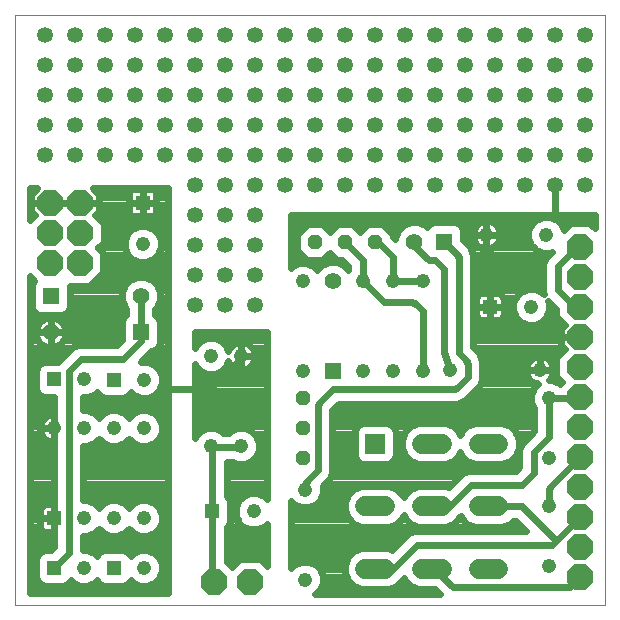
<source format=gtl>
G75*
G70*
%OFA0B0*%
%FSLAX24Y24*%
%IPPOS*%
%LPD*%
%AMOC8*
5,1,8,0,0,1.08239X$1,22.5*
%
%ADD10C,0.0000*%
%ADD11C,0.0650*%
%ADD12R,0.0650X0.0650*%
%ADD13OC8,0.0850*%
%ADD14C,0.0554*%
%ADD15R,0.0554X0.0554*%
%ADD16C,0.0476*%
%ADD17R,0.0476X0.0476*%
%ADD18OC8,0.0476*%
%ADD19C,0.0240*%
%ADD20C,0.0531*%
D10*
X000148Y000683D02*
X000148Y020368D01*
X019833Y020368D01*
X019833Y000683D01*
X000148Y000683D01*
D11*
X011838Y001897D02*
X012488Y001897D01*
X013728Y001897D02*
X014378Y001897D01*
X015618Y001897D02*
X016267Y001897D01*
X016267Y003983D02*
X015618Y003983D01*
X014378Y003983D02*
X013728Y003983D01*
X012488Y003983D02*
X011838Y003983D01*
X013728Y006070D02*
X014378Y006070D01*
X015618Y006070D02*
X016267Y006070D01*
D12*
X012163Y006070D03*
D13*
X007985Y001441D03*
X006790Y001441D03*
X002319Y012103D03*
X001321Y012097D03*
X001317Y013099D03*
X001319Y014101D03*
X002318Y014103D03*
X002321Y013101D03*
X018989Y012623D03*
X018989Y011621D03*
X018989Y010622D03*
X018991Y009623D03*
X018990Y008623D03*
X018991Y007623D03*
X018991Y006625D03*
X018989Y005622D03*
X018991Y004623D03*
X018989Y003621D03*
X018990Y002624D03*
X018990Y001624D03*
D14*
X010748Y011483D03*
X013466Y012804D03*
X004348Y010983D03*
X001347Y009782D03*
D15*
X001348Y010983D03*
X004347Y009782D03*
X010748Y008483D03*
X014466Y012804D03*
D16*
X013748Y011483D03*
X012748Y011483D03*
X011748Y011483D03*
X009748Y011483D03*
X007687Y008986D03*
X006687Y008986D03*
X004460Y008200D03*
X004448Y006583D03*
X003448Y006583D03*
X002448Y006583D03*
X001448Y006583D03*
X002464Y008210D03*
X006687Y005986D03*
X007687Y005986D03*
X009820Y004539D03*
X008109Y003812D03*
X009820Y001539D03*
X004447Y001927D03*
X004448Y003583D03*
X003448Y003583D03*
X002448Y003583D03*
X002452Y001930D03*
X009748Y008483D03*
X011748Y008483D03*
X012748Y008483D03*
X013748Y008483D03*
X014646Y008523D03*
X017363Y010631D03*
X017646Y008523D03*
X017948Y007583D03*
X017948Y005583D03*
X017948Y003983D03*
X017948Y001983D03*
X017868Y013031D03*
X015868Y013031D03*
X004410Y012727D03*
D17*
X004410Y014105D03*
X003460Y008200D03*
X001464Y008210D03*
X001448Y003583D03*
X001452Y001930D03*
X003447Y001927D03*
X006731Y003812D03*
X015985Y010631D03*
D18*
X012148Y012783D03*
X011148Y012783D03*
X010148Y012783D03*
X009748Y007583D03*
X009748Y006583D03*
X009748Y005583D03*
D19*
X010248Y005183D02*
X010248Y007280D01*
X010321Y007456D02*
X010748Y007883D01*
X014744Y007883D01*
X014921Y007956D02*
X015248Y008283D01*
X015248Y008680D01*
X015175Y008856D02*
X014948Y009083D01*
X014948Y012218D01*
X014875Y012395D02*
X014466Y012804D01*
X014875Y012395D02*
X014893Y012374D01*
X014910Y012351D01*
X014923Y012326D01*
X014934Y012301D01*
X014942Y012274D01*
X014946Y012246D01*
X014948Y012218D01*
X015428Y012131D02*
X017790Y012131D01*
X017768Y012079D02*
X017768Y011088D01*
X017779Y011060D01*
X017702Y011138D01*
X017482Y011229D01*
X017244Y011229D01*
X017024Y011138D01*
X016856Y010970D01*
X016765Y010750D01*
X016765Y010512D01*
X016856Y010293D01*
X017024Y010125D01*
X017244Y010034D01*
X017482Y010034D01*
X017702Y010125D01*
X017870Y010293D01*
X017961Y010512D01*
X017961Y010750D01*
X017931Y010821D01*
X018204Y010548D01*
X018204Y010297D01*
X018478Y010023D01*
X018346Y009890D01*
X018346Y009623D01*
X018991Y009623D01*
X018991Y009623D01*
X018346Y009623D01*
X018346Y009356D01*
X018479Y009222D01*
X018205Y008948D01*
X018205Y008297D01*
X018379Y008123D01*
X018320Y008063D01*
X018313Y008063D01*
X018287Y008090D01*
X018067Y008181D01*
X017952Y008181D01*
X017995Y008224D01*
X018037Y008283D01*
X018070Y008347D01*
X018092Y008415D01*
X018104Y008487D01*
X018104Y008523D01*
X018104Y008559D01*
X018092Y008630D01*
X018070Y008698D01*
X018037Y008763D01*
X017995Y008821D01*
X017944Y008872D01*
X017886Y008914D01*
X017822Y008947D01*
X017753Y008969D01*
X017682Y008980D01*
X017646Y008980D01*
X017646Y008523D01*
X017646Y008523D01*
X018104Y008523D01*
X017646Y008523D01*
X017646Y008523D01*
X017646Y008980D01*
X017610Y008980D01*
X017539Y008969D01*
X017470Y008947D01*
X017406Y008914D01*
X017348Y008872D01*
X017297Y008821D01*
X017254Y008763D01*
X017222Y008698D01*
X017199Y008630D01*
X017188Y008559D01*
X017188Y008523D01*
X017646Y008523D01*
X017646Y008523D01*
X017188Y008523D01*
X017188Y008487D01*
X017199Y008415D01*
X017222Y008347D01*
X017254Y008283D01*
X017297Y008224D01*
X017348Y008173D01*
X017406Y008131D01*
X017470Y008098D01*
X017539Y008076D01*
X017588Y008068D01*
X017441Y007922D01*
X017350Y007702D01*
X017350Y007464D01*
X017441Y007245D01*
X017468Y007218D01*
X017468Y006482D01*
X017041Y006055D01*
X016968Y005879D01*
X016968Y005282D01*
X016849Y005163D01*
X015253Y005163D01*
X015076Y005090D01*
X014941Y004955D01*
X014613Y004627D01*
X014514Y004668D01*
X013592Y004668D01*
X013340Y004564D01*
X013147Y004371D01*
X013108Y004276D01*
X013068Y004371D01*
X012876Y004564D01*
X012624Y004668D01*
X011702Y004668D01*
X011450Y004564D01*
X011258Y004371D01*
X011153Y004119D01*
X011153Y003847D01*
X011258Y003595D01*
X011450Y003403D01*
X011702Y003298D01*
X012624Y003298D01*
X012876Y003403D01*
X013068Y003595D01*
X013108Y003691D01*
X013147Y003595D01*
X013340Y003403D01*
X013592Y003298D01*
X014514Y003298D01*
X014765Y003403D01*
X014958Y003595D01*
X014972Y003628D01*
X015008Y003665D01*
X015037Y003595D01*
X015230Y003403D01*
X015481Y003298D01*
X016404Y003298D01*
X016655Y003403D01*
X016756Y003503D01*
X016849Y003503D01*
X017189Y003163D01*
X013453Y003163D01*
X013276Y003090D01*
X013141Y002955D01*
X012725Y002539D01*
X012624Y002581D01*
X011702Y002581D01*
X011450Y002477D01*
X011258Y002285D01*
X011153Y002033D01*
X011153Y001760D01*
X011258Y001509D01*
X011450Y001316D01*
X011702Y001212D01*
X012624Y001212D01*
X012876Y001316D01*
X013068Y001509D01*
X013080Y001536D01*
X013120Y001576D01*
X013147Y001509D01*
X013340Y001316D01*
X013592Y001212D01*
X014141Y001212D01*
X014309Y001043D01*
X010169Y001043D01*
X010326Y001201D01*
X010417Y001420D01*
X010417Y001658D01*
X010326Y001878D01*
X010158Y002046D01*
X009939Y002137D01*
X009701Y002137D01*
X009481Y002046D01*
X009348Y001913D01*
X009348Y004165D01*
X009481Y004032D01*
X009701Y003941D01*
X009939Y003941D01*
X010158Y004032D01*
X010326Y004201D01*
X010417Y004420D01*
X010417Y004658D01*
X010413Y004669D01*
X010520Y004776D01*
X010655Y004911D01*
X010728Y005088D01*
X010728Y007184D01*
X010728Y007185D01*
X010947Y007403D01*
X014890Y007403D01*
X015158Y007514D01*
X015261Y007617D01*
X015327Y007683D01*
X015520Y007876D01*
X015655Y008011D01*
X015728Y008188D01*
X015728Y008825D01*
X015617Y009093D01*
X015514Y009196D01*
X015448Y009262D01*
X015428Y009282D01*
X015428Y012364D01*
X015317Y012632D01*
X015214Y012734D01*
X015148Y012801D01*
X015103Y012845D01*
X015103Y013153D01*
X015048Y013285D01*
X014947Y013386D01*
X014815Y013441D01*
X014117Y013441D01*
X013985Y013386D01*
X013885Y013286D01*
X013827Y013344D01*
X013593Y013441D01*
X013339Y013441D01*
X013105Y013344D01*
X012926Y013165D01*
X012829Y012930D01*
X012829Y012881D01*
X012746Y012964D01*
X012746Y013031D01*
X012396Y013381D01*
X011900Y013381D01*
X011648Y013129D01*
X011396Y013381D01*
X010900Y013381D01*
X010648Y013129D01*
X010396Y013381D01*
X009900Y013381D01*
X009550Y013031D01*
X009550Y012536D01*
X009900Y012185D01*
X010396Y012185D01*
X010648Y012438D01*
X010900Y012185D01*
X011067Y012185D01*
X011268Y011984D01*
X011268Y011864D01*
X011109Y012023D01*
X010875Y012120D01*
X010621Y012120D01*
X010387Y012023D01*
X010220Y011857D01*
X010087Y011990D01*
X009867Y012081D01*
X009629Y012081D01*
X009409Y011990D01*
X009348Y011929D01*
X009348Y013683D01*
X019473Y013683D01*
X019473Y013249D01*
X019314Y013408D01*
X018664Y013408D01*
X018449Y013193D01*
X018375Y013370D01*
X018207Y013538D01*
X017987Y013629D01*
X017750Y013629D01*
X017530Y013538D01*
X017362Y013370D01*
X017271Y013150D01*
X017271Y012912D01*
X017362Y012693D01*
X017530Y012525D01*
X017750Y012434D01*
X017987Y012434D01*
X018042Y012456D01*
X017976Y012390D01*
X017841Y012255D01*
X017768Y012079D01*
X017768Y011893D02*
X015428Y011893D01*
X015428Y011654D02*
X017768Y011654D01*
X017768Y011416D02*
X015428Y011416D01*
X015428Y011177D02*
X017119Y011177D01*
X016843Y010939D02*
X016432Y010939D01*
X016428Y010954D02*
X016399Y011004D01*
X016358Y011045D01*
X016308Y011074D01*
X016252Y011089D01*
X015985Y011089D01*
X015718Y011089D01*
X015662Y011074D01*
X015612Y011045D01*
X015571Y011004D01*
X015542Y010954D01*
X015527Y010898D01*
X015527Y010631D01*
X015527Y010365D01*
X015542Y010309D01*
X015571Y010258D01*
X015612Y010217D01*
X015662Y010188D01*
X015718Y010174D01*
X015985Y010174D01*
X016252Y010174D01*
X016308Y010188D01*
X016358Y010217D01*
X016399Y010258D01*
X016428Y010309D01*
X016443Y010365D01*
X016443Y010631D01*
X015985Y010631D01*
X015985Y010174D01*
X015985Y010631D01*
X015985Y010631D01*
X015985Y010631D01*
X015527Y010631D01*
X015985Y010631D01*
X015985Y010631D01*
X016443Y010631D01*
X016443Y010898D01*
X016428Y010954D01*
X016443Y010700D02*
X016765Y010700D01*
X016786Y010462D02*
X016443Y010462D01*
X016364Y010223D02*
X016926Y010223D01*
X017800Y010223D02*
X018277Y010223D01*
X018440Y009985D02*
X015428Y009985D01*
X015428Y010223D02*
X015606Y010223D01*
X015527Y010462D02*
X015428Y010462D01*
X015428Y010700D02*
X015527Y010700D01*
X015538Y010939D02*
X015428Y010939D01*
X015985Y010939D02*
X015985Y010939D01*
X015985Y011089D02*
X015985Y010631D01*
X015985Y010631D01*
X015985Y011089D01*
X015985Y010700D02*
X015985Y010700D01*
X015985Y010462D02*
X015985Y010462D01*
X015985Y010223D02*
X015985Y010223D01*
X015428Y009746D02*
X018346Y009746D01*
X018346Y009508D02*
X015428Y009508D01*
X015441Y009269D02*
X018432Y009269D01*
X018287Y009031D02*
X015643Y009031D01*
X015617Y009093D02*
X015617Y009093D01*
X015728Y008792D02*
X017276Y008792D01*
X017188Y008554D02*
X015728Y008554D01*
X015728Y008315D02*
X017238Y008315D01*
X017537Y008077D02*
X015682Y008077D01*
X015482Y007838D02*
X017407Y007838D01*
X017350Y007600D02*
X015243Y007600D01*
X015158Y007514D02*
X015158Y007514D01*
X014921Y007956D02*
X014900Y007938D01*
X014877Y007921D01*
X014852Y007908D01*
X014827Y007897D01*
X014800Y007889D01*
X014772Y007885D01*
X014744Y007883D01*
X014646Y008523D02*
X014448Y009120D01*
X014448Y011883D01*
X014148Y012183D01*
X013948Y012183D01*
X013466Y012665D01*
X013466Y012804D01*
X012893Y013085D02*
X012691Y013085D01*
X012453Y013324D02*
X013085Y013324D01*
X013847Y013324D02*
X013923Y013324D01*
X015010Y013324D02*
X015515Y013324D01*
X015519Y013330D02*
X015477Y013271D01*
X015444Y013207D01*
X015422Y013138D01*
X015411Y013067D01*
X015411Y013031D01*
X015411Y012995D01*
X015422Y012924D01*
X015444Y012856D01*
X015477Y012791D01*
X015519Y012733D01*
X015570Y012682D01*
X015629Y012640D01*
X015693Y012607D01*
X015761Y012585D01*
X015832Y012574D01*
X015868Y012574D01*
X015868Y013031D01*
X015411Y013031D01*
X015868Y013031D01*
X015868Y013031D01*
X015868Y013031D01*
X015868Y012574D01*
X015905Y012574D01*
X015976Y012585D01*
X016044Y012607D01*
X016108Y012640D01*
X016167Y012682D01*
X016218Y012733D01*
X016260Y012791D01*
X016293Y012856D01*
X016315Y012924D01*
X016326Y012995D01*
X016326Y013031D01*
X015868Y013031D01*
X015868Y013489D01*
X015832Y013489D01*
X015761Y013478D01*
X015693Y013456D01*
X015629Y013423D01*
X015570Y013380D01*
X015519Y013330D01*
X015868Y013324D02*
X015868Y013324D01*
X015868Y013489D02*
X015905Y013489D01*
X015976Y013478D01*
X016044Y013456D01*
X016108Y013423D01*
X016167Y013380D01*
X016218Y013330D01*
X016260Y013271D01*
X016293Y013207D01*
X016315Y013138D01*
X016326Y013067D01*
X016326Y013031D01*
X015868Y013031D01*
X015868Y013031D01*
X015868Y013031D01*
X015868Y013489D01*
X016222Y013324D02*
X017343Y013324D01*
X017588Y013562D02*
X009348Y013562D01*
X009348Y013324D02*
X009843Y013324D01*
X009605Y013085D02*
X009348Y013085D01*
X009348Y012847D02*
X009550Y012847D01*
X009550Y012608D02*
X009348Y012608D01*
X009348Y012370D02*
X009716Y012370D01*
X009348Y012131D02*
X011121Y012131D01*
X011240Y011893D02*
X011268Y011893D01*
X010716Y012370D02*
X010580Y012370D01*
X010256Y011893D02*
X010184Y011893D01*
X011148Y012783D02*
X011748Y012183D01*
X011748Y011483D01*
X012448Y010783D01*
X013344Y010783D01*
X013521Y010710D02*
X013748Y010483D01*
X013748Y008483D01*
X015175Y008857D02*
X015193Y008836D01*
X015210Y008813D01*
X015223Y008788D01*
X015234Y008763D01*
X015242Y008736D01*
X015246Y008708D01*
X015248Y008680D01*
X015481Y006755D02*
X015230Y006650D01*
X015037Y006458D01*
X014998Y006362D01*
X014958Y006458D01*
X014765Y006650D01*
X014514Y006755D01*
X013592Y006755D01*
X013340Y006650D01*
X013147Y006458D01*
X013043Y006206D01*
X013043Y005934D01*
X013147Y005682D01*
X013340Y005489D01*
X013592Y005385D01*
X014514Y005385D01*
X014765Y005489D01*
X014958Y005682D01*
X014998Y005777D01*
X015037Y005682D01*
X015230Y005489D01*
X015481Y005385D01*
X016404Y005385D01*
X016655Y005489D01*
X016848Y005682D01*
X016952Y005934D01*
X016952Y006206D01*
X016848Y006458D01*
X016655Y006650D01*
X016404Y006755D01*
X015481Y006755D01*
X015225Y006646D02*
X014770Y006646D01*
X014979Y006407D02*
X015016Y006407D01*
X015033Y005692D02*
X014962Y005692D01*
X014678Y005453D02*
X015317Y005453D01*
X014962Y004976D02*
X010682Y004976D01*
X010728Y005215D02*
X016901Y005215D01*
X016968Y005453D02*
X016568Y005453D01*
X016852Y005692D02*
X016968Y005692D01*
X016951Y005930D02*
X016989Y005930D01*
X016952Y006169D02*
X017155Y006169D01*
X017393Y006407D02*
X016869Y006407D01*
X016660Y006646D02*
X017468Y006646D01*
X017468Y006884D02*
X010728Y006884D01*
X010728Y006646D02*
X011580Y006646D01*
X011533Y006599D02*
X011478Y006466D01*
X011478Y005673D01*
X011533Y005541D01*
X011634Y005440D01*
X011767Y005385D01*
X012559Y005385D01*
X012692Y005440D01*
X012793Y005541D01*
X012848Y005673D01*
X012848Y006466D01*
X012793Y006599D01*
X012692Y006700D01*
X012559Y006755D01*
X011767Y006755D01*
X011634Y006700D01*
X011533Y006599D01*
X011478Y006407D02*
X010728Y006407D01*
X010728Y006169D02*
X011478Y006169D01*
X011478Y005930D02*
X010728Y005930D01*
X010728Y005692D02*
X011478Y005692D01*
X011621Y005453D02*
X010728Y005453D01*
X010248Y005183D02*
X009893Y004828D01*
X009820Y004651D02*
X009820Y004539D01*
X009820Y004651D02*
X009822Y004679D01*
X009826Y004707D01*
X009834Y004734D01*
X009845Y004759D01*
X009858Y004784D01*
X009875Y004807D01*
X009893Y004828D01*
X010417Y004499D02*
X011386Y004499D01*
X011212Y004261D02*
X010351Y004261D01*
X010134Y004022D02*
X011153Y004022D01*
X011180Y003784D02*
X009348Y003784D01*
X009348Y004022D02*
X009505Y004022D01*
X009348Y003545D02*
X011308Y003545D01*
X011682Y003307D02*
X009348Y003307D01*
X009348Y003068D02*
X013254Y003068D01*
X013016Y002830D02*
X009348Y002830D01*
X009348Y002591D02*
X012777Y002591D01*
X012761Y001897D02*
X012163Y001897D01*
X012761Y001897D02*
X013548Y002683D01*
X018051Y002683D01*
X018200Y002832D01*
X017048Y003983D01*
X015942Y003983D01*
X015461Y003307D02*
X014534Y003307D01*
X014908Y003545D02*
X015087Y003545D01*
X014648Y003983D02*
X015348Y004683D01*
X017048Y004683D01*
X017448Y005083D01*
X017448Y005783D01*
X017948Y006283D01*
X017948Y007583D01*
X018893Y007583D01*
X018893Y007584D02*
X018914Y007586D01*
X018935Y007591D01*
X018955Y007599D01*
X018974Y007610D01*
X018990Y007624D01*
X018334Y008077D02*
X018300Y008077D01*
X018205Y008315D02*
X018054Y008315D01*
X018104Y008554D02*
X018205Y008554D01*
X018205Y008792D02*
X018016Y008792D01*
X017646Y008792D02*
X017646Y008792D01*
X017646Y008554D02*
X017646Y008554D01*
X017393Y007361D02*
X010905Y007361D01*
X010728Y007185D02*
X010728Y007185D01*
X010728Y007123D02*
X017468Y007123D01*
X018989Y005622D02*
X018021Y004654D01*
X017948Y004477D02*
X017948Y003983D01*
X017948Y004477D02*
X017950Y004505D01*
X017954Y004533D01*
X017962Y004560D01*
X017973Y004585D01*
X017986Y004610D01*
X018003Y004633D01*
X018021Y004654D01*
X018989Y003621D02*
X018200Y002832D01*
X017046Y003307D02*
X016424Y003307D01*
X014724Y004738D02*
X010481Y004738D01*
X008548Y004738D02*
X007211Y004738D01*
X007211Y004976D02*
X008548Y004976D01*
X008548Y005215D02*
X007211Y005215D01*
X007211Y005453D02*
X007410Y005453D01*
X007390Y005462D02*
X007568Y005388D01*
X007806Y005388D01*
X008026Y005479D01*
X008194Y005647D01*
X008285Y005867D01*
X008285Y006105D01*
X008194Y006324D01*
X008026Y006492D01*
X007806Y006583D01*
X007568Y006583D01*
X007349Y006492D01*
X007278Y006422D01*
X007097Y006422D01*
X007026Y006493D01*
X006806Y006584D01*
X006568Y006584D01*
X006349Y006493D01*
X006181Y006325D01*
X006148Y006246D01*
X006148Y008726D01*
X006181Y008647D01*
X006349Y008479D01*
X006568Y008388D01*
X006806Y008388D01*
X007026Y008479D01*
X007194Y008647D01*
X007262Y008812D01*
X007263Y008810D01*
X007296Y008746D01*
X007338Y008687D01*
X007389Y008636D01*
X007447Y008594D01*
X007512Y008561D01*
X007580Y008539D01*
X007651Y008528D01*
X007687Y008528D01*
X007687Y008986D01*
X007687Y009443D01*
X007651Y009443D01*
X007580Y009432D01*
X007512Y009410D01*
X007447Y009377D01*
X007389Y009335D01*
X007338Y009284D01*
X007296Y009226D01*
X007263Y009161D01*
X007263Y009160D01*
X007194Y009325D01*
X007026Y009493D01*
X006806Y009584D01*
X006568Y009584D01*
X006349Y009493D01*
X006181Y009325D01*
X006148Y009246D01*
X006148Y009783D01*
X008548Y009783D01*
X008548Y004218D01*
X008448Y004318D01*
X008228Y004409D01*
X007991Y004409D01*
X007771Y004318D01*
X007603Y004150D01*
X007512Y003931D01*
X007512Y003693D01*
X007603Y003473D01*
X007771Y003305D01*
X007991Y003214D01*
X008228Y003214D01*
X008448Y003305D01*
X008548Y003405D01*
X008548Y001988D01*
X008310Y002226D01*
X007660Y002226D01*
X007387Y001954D01*
X007211Y002130D01*
X007211Y003307D01*
X007274Y003370D01*
X007329Y003502D01*
X007329Y004121D01*
X007274Y004253D01*
X007211Y004316D01*
X007211Y005462D01*
X007390Y005462D01*
X007644Y005942D02*
X006731Y005942D01*
X006687Y005986D01*
X006731Y005942D02*
X006731Y003812D01*
X006731Y001499D01*
X006790Y001441D01*
X007227Y002114D02*
X007547Y002114D01*
X007211Y002353D02*
X008548Y002353D01*
X008548Y002591D02*
X007211Y002591D01*
X007211Y002830D02*
X008548Y002830D01*
X008548Y003068D02*
X007211Y003068D01*
X007211Y003307D02*
X007769Y003307D01*
X007573Y003545D02*
X007329Y003545D01*
X007329Y003784D02*
X007512Y003784D01*
X007550Y004022D02*
X007329Y004022D01*
X007267Y004261D02*
X007713Y004261D01*
X007211Y004499D02*
X008548Y004499D01*
X008548Y004261D02*
X008506Y004261D01*
X008548Y003307D02*
X008450Y003307D01*
X009348Y002353D02*
X011326Y002353D01*
X011187Y002114D02*
X009993Y002114D01*
X009646Y002114D02*
X009348Y002114D01*
X008548Y002114D02*
X008422Y002114D01*
X010327Y001876D02*
X011153Y001876D01*
X011204Y001637D02*
X010417Y001637D01*
X010409Y001399D02*
X011368Y001399D01*
X010286Y001160D02*
X014192Y001160D01*
X014748Y001283D02*
X018650Y001283D01*
X018990Y001624D01*
X014748Y001283D02*
X014135Y001897D01*
X014053Y001897D01*
X013257Y001399D02*
X012958Y001399D01*
X012644Y003307D02*
X013572Y003307D01*
X013197Y003545D02*
X013018Y003545D01*
X012940Y004499D02*
X013275Y004499D01*
X014053Y003983D02*
X014648Y003983D01*
X013427Y005453D02*
X012705Y005453D01*
X012848Y005692D02*
X013143Y005692D01*
X013045Y005930D02*
X012848Y005930D01*
X012848Y006169D02*
X013043Y006169D01*
X013126Y006407D02*
X012848Y006407D01*
X012746Y006646D02*
X013335Y006646D01*
X010321Y007457D02*
X010303Y007436D01*
X010286Y007413D01*
X010273Y007388D01*
X010262Y007363D01*
X010254Y007336D01*
X010250Y007308D01*
X010248Y007280D01*
X008548Y007361D02*
X006148Y007361D01*
X006148Y007123D02*
X008548Y007123D01*
X008548Y006884D02*
X006148Y006884D01*
X006148Y006646D02*
X008548Y006646D01*
X008548Y006407D02*
X008111Y006407D01*
X008259Y006169D02*
X008548Y006169D01*
X008548Y005930D02*
X008285Y005930D01*
X008213Y005692D02*
X008548Y005692D01*
X008548Y005453D02*
X007964Y005453D01*
X007644Y005942D02*
X007687Y005986D01*
X006263Y006407D02*
X006148Y006407D01*
X005248Y006407D02*
X005022Y006407D01*
X005046Y006464D02*
X004955Y006245D01*
X004787Y006076D01*
X004567Y005985D01*
X004329Y005985D01*
X004109Y006076D01*
X003948Y006238D01*
X003787Y006076D01*
X003567Y005985D01*
X003329Y005985D01*
X003109Y006076D01*
X002948Y006238D01*
X002787Y006076D01*
X002567Y005985D01*
X002428Y005985D01*
X002428Y004181D01*
X002567Y004181D01*
X002787Y004090D01*
X002948Y003929D01*
X003109Y004090D01*
X003329Y004181D01*
X003567Y004181D01*
X003787Y004090D01*
X003948Y003929D01*
X004109Y004090D01*
X004329Y004181D01*
X004567Y004181D01*
X004787Y004090D01*
X004955Y003922D01*
X005046Y003702D01*
X005046Y003464D01*
X004955Y003245D01*
X004787Y003076D01*
X004567Y002985D01*
X004329Y002985D01*
X004109Y003076D01*
X003948Y003238D01*
X003787Y003076D01*
X003567Y002985D01*
X003329Y002985D01*
X003109Y003076D01*
X002948Y003238D01*
X002787Y003076D01*
X002567Y002985D01*
X002428Y002985D01*
X002428Y002528D01*
X002571Y002528D01*
X002791Y002437D01*
X002891Y002337D01*
X002904Y002369D01*
X003005Y002470D01*
X003138Y002525D01*
X003756Y002525D01*
X003889Y002470D01*
X003990Y002369D01*
X004006Y002331D01*
X004108Y002434D01*
X004328Y002525D01*
X004566Y002525D01*
X004786Y002434D01*
X004954Y002266D01*
X005045Y002046D01*
X005045Y001808D01*
X004954Y001589D01*
X004786Y001420D01*
X004566Y001329D01*
X004328Y001329D01*
X004108Y001420D01*
X004006Y001523D01*
X003990Y001486D01*
X003889Y001384D01*
X003756Y001329D01*
X003138Y001329D01*
X003005Y001384D01*
X002904Y001486D01*
X002889Y001521D01*
X002791Y001423D01*
X002571Y001332D01*
X002334Y001332D01*
X002114Y001423D01*
X002011Y001526D01*
X001995Y001488D01*
X001894Y001387D01*
X001762Y001332D01*
X001143Y001332D01*
X001011Y001387D01*
X000909Y001488D01*
X000855Y001621D01*
X000855Y002239D01*
X000909Y002372D01*
X001011Y002473D01*
X001143Y002528D01*
X001371Y002528D01*
X001468Y002624D01*
X001468Y003125D01*
X001448Y003125D01*
X001448Y003583D01*
X001448Y003583D01*
X001448Y003125D01*
X001181Y003125D01*
X001125Y003140D01*
X001075Y003169D01*
X001034Y003210D01*
X001005Y003261D01*
X000990Y003317D01*
X000990Y003583D01*
X001448Y003583D01*
X001448Y003583D01*
X000990Y003583D01*
X000990Y003850D01*
X001005Y003906D01*
X001034Y003956D01*
X001075Y003997D01*
X001125Y004026D01*
X001181Y004041D01*
X001448Y004041D01*
X001448Y003583D01*
X001448Y004041D01*
X001468Y004041D01*
X001468Y006125D01*
X001448Y006125D01*
X001448Y006583D01*
X001448Y006583D01*
X001448Y006125D01*
X001412Y006125D01*
X001341Y006137D01*
X001272Y006159D01*
X001208Y006192D01*
X001150Y006234D01*
X001099Y006285D01*
X001056Y006343D01*
X001024Y006408D01*
X001001Y006476D01*
X000990Y006547D01*
X000990Y006583D01*
X001448Y006583D01*
X001448Y006583D01*
X000990Y006583D01*
X000990Y006619D01*
X001001Y006690D01*
X001024Y006759D01*
X001056Y006823D01*
X001099Y006882D01*
X001150Y006932D01*
X001208Y006975D01*
X001272Y007008D01*
X001341Y007030D01*
X001412Y007041D01*
X001448Y007041D01*
X001448Y006583D01*
X001448Y007041D01*
X001468Y007041D01*
X001468Y007612D01*
X001155Y007612D01*
X001022Y007667D01*
X000921Y007768D01*
X000866Y007900D01*
X000866Y008519D01*
X000921Y008651D01*
X001022Y008753D01*
X001155Y008807D01*
X001593Y008807D01*
X001676Y008890D01*
X002076Y009290D01*
X002253Y009363D01*
X003549Y009363D01*
X003710Y009524D01*
X003710Y010131D01*
X003764Y010263D01*
X003866Y010364D01*
X003867Y010365D01*
X003867Y010564D01*
X003808Y010622D01*
X003711Y010857D01*
X003711Y011110D01*
X003808Y011344D01*
X003987Y011523D01*
X004221Y011620D01*
X004475Y011620D01*
X004709Y011523D01*
X004888Y011344D01*
X004985Y011110D01*
X004985Y010857D01*
X004888Y010622D01*
X004827Y010561D01*
X004827Y010365D01*
X004828Y010364D01*
X004929Y010263D01*
X004984Y010131D01*
X004984Y009433D01*
X004929Y009301D01*
X004828Y009199D01*
X004695Y009145D01*
X004688Y009145D01*
X004341Y008797D01*
X004579Y008797D01*
X004798Y008706D01*
X004967Y008538D01*
X005058Y008319D01*
X005058Y008081D01*
X004967Y007861D01*
X004798Y007693D01*
X004579Y007602D01*
X004341Y007602D01*
X004121Y007693D01*
X004018Y007796D01*
X004003Y007758D01*
X003901Y007657D01*
X003769Y007602D01*
X003150Y007602D01*
X003018Y007657D01*
X002917Y007758D01*
X002899Y007800D01*
X002803Y007703D01*
X002583Y007612D01*
X002428Y007612D01*
X002428Y007181D01*
X002567Y007181D01*
X002787Y007090D01*
X002948Y006929D01*
X003109Y007090D01*
X003329Y007181D01*
X003567Y007181D01*
X003787Y007090D01*
X003948Y006929D01*
X004109Y007090D01*
X004329Y007181D01*
X004567Y007181D01*
X004787Y007090D01*
X004955Y006922D01*
X005046Y006702D01*
X005046Y006464D01*
X005046Y006646D02*
X005248Y006646D01*
X005248Y006884D02*
X004970Y006884D01*
X004708Y007123D02*
X005248Y007123D01*
X005248Y007361D02*
X002428Y007361D01*
X002708Y007123D02*
X003188Y007123D01*
X003708Y007123D02*
X004188Y007123D01*
X004017Y006169D02*
X003879Y006169D01*
X003017Y006169D02*
X002879Y006169D01*
X002428Y005930D02*
X005248Y005930D01*
X005248Y005692D02*
X002428Y005692D01*
X002428Y005453D02*
X005248Y005453D01*
X005248Y005215D02*
X002428Y005215D01*
X002428Y004976D02*
X005248Y004976D01*
X005248Y004738D02*
X002428Y004738D01*
X002428Y004499D02*
X005248Y004499D01*
X005248Y004261D02*
X002428Y004261D01*
X002854Y004022D02*
X003042Y004022D01*
X003854Y004022D02*
X004042Y004022D01*
X004854Y004022D02*
X005248Y004022D01*
X005248Y003784D02*
X005012Y003784D01*
X005046Y003545D02*
X005248Y003545D01*
X005248Y003307D02*
X004981Y003307D01*
X004767Y003068D02*
X005248Y003068D01*
X005248Y002830D02*
X002428Y002830D01*
X002428Y002591D02*
X005248Y002591D01*
X005248Y002353D02*
X004867Y002353D01*
X005017Y002114D02*
X005248Y002114D01*
X005248Y001876D02*
X005045Y001876D01*
X004974Y001637D02*
X005248Y001637D01*
X005248Y001399D02*
X004733Y001399D01*
X005248Y001160D02*
X000648Y001160D01*
X000648Y001083D02*
X000648Y011660D01*
X000805Y011503D01*
X000766Y011464D01*
X000711Y011332D01*
X000711Y010634D01*
X000766Y010502D01*
X000867Y010401D01*
X000999Y010346D01*
X001697Y010346D01*
X001829Y010401D01*
X001930Y010502D01*
X001985Y010634D01*
X001985Y011327D01*
X001994Y011318D01*
X002644Y011318D01*
X003104Y011777D01*
X003104Y012428D01*
X002931Y012601D01*
X003106Y012776D01*
X003106Y013426D01*
X002830Y013702D01*
X002963Y013835D01*
X002963Y014103D01*
X002963Y014370D01*
X002749Y014583D01*
X005248Y014583D01*
X005248Y001083D01*
X000648Y001083D01*
X000648Y001399D02*
X000999Y001399D01*
X000855Y001637D02*
X000648Y001637D01*
X000648Y001876D02*
X000855Y001876D01*
X000855Y002114D02*
X000648Y002114D01*
X000648Y002353D02*
X000902Y002353D01*
X000648Y002591D02*
X001435Y002591D01*
X001468Y002830D02*
X000648Y002830D01*
X000648Y003068D02*
X001468Y003068D01*
X001448Y003307D02*
X001448Y003307D01*
X001448Y003545D02*
X001448Y003545D01*
X001448Y003583D02*
X001448Y003583D01*
X001448Y003784D02*
X001448Y003784D01*
X001448Y004022D02*
X001448Y004022D01*
X001468Y004261D02*
X000648Y004261D01*
X000648Y004499D02*
X001468Y004499D01*
X001468Y004738D02*
X000648Y004738D01*
X000648Y004976D02*
X001468Y004976D01*
X001468Y005215D02*
X000648Y005215D01*
X000648Y005453D02*
X001468Y005453D01*
X001468Y005692D02*
X000648Y005692D01*
X000648Y005930D02*
X001468Y005930D01*
X001448Y006169D02*
X001448Y006169D01*
X001253Y006169D02*
X000648Y006169D01*
X000648Y006407D02*
X001024Y006407D01*
X000994Y006646D02*
X000648Y006646D01*
X000648Y006884D02*
X001102Y006884D01*
X001448Y006884D02*
X001448Y006884D01*
X001448Y006646D02*
X001448Y006646D01*
X001448Y006583D02*
X001448Y006583D01*
X001448Y006407D02*
X001448Y006407D01*
X001468Y007123D02*
X000648Y007123D01*
X000648Y007361D02*
X001468Y007361D01*
X001468Y007600D02*
X000648Y007600D01*
X000648Y007838D02*
X000892Y007838D01*
X000866Y008077D02*
X000648Y008077D01*
X000648Y008315D02*
X000866Y008315D01*
X000881Y008554D02*
X000648Y008554D01*
X000648Y008792D02*
X001118Y008792D01*
X000648Y009031D02*
X001817Y009031D01*
X002055Y009269D02*
X000648Y009269D01*
X000648Y009508D02*
X000931Y009508D01*
X000921Y009521D02*
X000967Y009458D01*
X001023Y009403D01*
X001086Y009357D01*
X001156Y009321D01*
X001230Y009297D01*
X001308Y009285D01*
X001347Y009285D01*
X001386Y009285D01*
X001463Y009297D01*
X001538Y009321D01*
X001607Y009357D01*
X001671Y009403D01*
X001726Y009458D01*
X001772Y009521D01*
X001807Y009591D01*
X001832Y009665D01*
X001844Y009743D01*
X001844Y009782D01*
X001844Y009821D01*
X001832Y009898D01*
X001807Y009973D01*
X001772Y010042D01*
X001726Y010106D01*
X001671Y010161D01*
X001607Y010207D01*
X001538Y010243D01*
X001463Y010267D01*
X001386Y010279D01*
X001347Y010279D01*
X001347Y009782D01*
X001844Y009782D01*
X001347Y009782D01*
X001347Y009782D01*
X001347Y009782D01*
X001347Y010279D01*
X001308Y010279D01*
X001230Y010267D01*
X001156Y010243D01*
X001086Y010207D01*
X001023Y010161D01*
X000967Y010106D01*
X000921Y010042D01*
X000886Y009973D01*
X000862Y009898D01*
X000850Y009821D01*
X000850Y009782D01*
X001347Y009782D01*
X001347Y009285D01*
X001347Y009782D01*
X001347Y009782D01*
X001347Y009782D01*
X000850Y009782D01*
X000850Y009743D01*
X000862Y009665D01*
X000886Y009591D01*
X000921Y009521D01*
X000850Y009746D02*
X000648Y009746D01*
X000648Y009985D02*
X000892Y009985D01*
X001118Y010223D02*
X000648Y010223D01*
X000648Y010462D02*
X000806Y010462D01*
X000711Y010700D02*
X000648Y010700D01*
X000648Y010939D02*
X000711Y010939D01*
X000711Y011177D02*
X000648Y011177D01*
X000648Y011416D02*
X000746Y011416D01*
X000654Y011654D02*
X000648Y011654D01*
X001985Y011177D02*
X003739Y011177D01*
X003711Y010939D02*
X001985Y010939D01*
X001985Y010700D02*
X003776Y010700D01*
X003867Y010462D02*
X001890Y010462D01*
X001575Y010223D02*
X003748Y010223D01*
X003710Y009985D02*
X001801Y009985D01*
X001844Y009746D02*
X003710Y009746D01*
X003694Y009508D02*
X001762Y009508D01*
X001347Y009508D02*
X001347Y009508D01*
X001347Y009746D02*
X001347Y009746D01*
X001347Y009985D02*
X001347Y009985D01*
X001347Y010223D02*
X001347Y010223D01*
X002348Y008883D02*
X001948Y008483D01*
X001948Y002426D01*
X001452Y001930D01*
X001906Y001399D02*
X002173Y001399D01*
X002732Y001399D02*
X002991Y001399D01*
X003903Y001399D02*
X004161Y001399D01*
X004027Y002353D02*
X003997Y002353D01*
X004129Y003068D02*
X003767Y003068D01*
X003129Y003068D02*
X002767Y003068D01*
X002875Y002353D02*
X002897Y002353D01*
X001119Y004022D02*
X000648Y004022D01*
X000648Y003784D02*
X000990Y003784D01*
X000990Y003545D02*
X000648Y003545D01*
X000648Y003307D02*
X000993Y003307D01*
X004879Y006169D02*
X005248Y006169D01*
X005248Y007600D02*
X002428Y007600D01*
X002348Y008883D02*
X003748Y008883D01*
X004347Y009482D01*
X004347Y009782D01*
X004347Y010982D01*
X004348Y010983D01*
X003879Y011416D02*
X002743Y011416D01*
X002981Y011654D02*
X005248Y011654D01*
X005248Y011416D02*
X004817Y011416D01*
X004957Y011177D02*
X005248Y011177D01*
X005248Y010939D02*
X004985Y010939D01*
X004920Y010700D02*
X005248Y010700D01*
X005248Y010462D02*
X004827Y010462D01*
X004945Y010223D02*
X005248Y010223D01*
X005248Y009985D02*
X004984Y009985D01*
X004984Y009746D02*
X005248Y009746D01*
X005248Y009508D02*
X004984Y009508D01*
X004898Y009269D02*
X005248Y009269D01*
X005248Y009031D02*
X004574Y009031D01*
X004591Y008792D02*
X005248Y008792D01*
X005248Y008554D02*
X004951Y008554D01*
X005058Y008315D02*
X005248Y008315D01*
X005248Y008077D02*
X005056Y008077D01*
X005148Y007883D02*
X006648Y007883D01*
X007687Y008923D01*
X007687Y008986D01*
X007687Y008986D01*
X007687Y009443D01*
X007723Y009443D01*
X007795Y009432D01*
X007863Y009410D01*
X007927Y009377D01*
X007986Y009335D01*
X008037Y009284D01*
X008079Y009226D01*
X008112Y009161D01*
X008134Y009093D01*
X008145Y009022D01*
X008145Y008986D01*
X007687Y008986D01*
X007687Y008986D01*
X007687Y008986D01*
X007687Y008528D01*
X007723Y008528D01*
X007795Y008539D01*
X007863Y008561D01*
X007927Y008594D01*
X007986Y008636D01*
X008037Y008687D01*
X008079Y008746D01*
X008112Y008810D01*
X008134Y008878D01*
X008145Y008950D01*
X008145Y008986D01*
X007687Y008986D01*
X007687Y009031D02*
X007687Y009031D01*
X007687Y009269D02*
X007687Y009269D01*
X008047Y009269D02*
X008548Y009269D01*
X008548Y009031D02*
X008144Y009031D01*
X008103Y008792D02*
X008548Y008792D01*
X008548Y008554D02*
X007840Y008554D01*
X007687Y008554D02*
X007687Y008554D01*
X007535Y008554D02*
X007101Y008554D01*
X007254Y008792D02*
X007272Y008792D01*
X007687Y008792D02*
X007687Y008792D01*
X007328Y009269D02*
X007217Y009269D01*
X006990Y009508D02*
X008548Y009508D01*
X008548Y009746D02*
X006148Y009746D01*
X006148Y009508D02*
X006385Y009508D01*
X006158Y009269D02*
X006148Y009269D01*
X006148Y008554D02*
X006274Y008554D01*
X006148Y008315D02*
X008548Y008315D01*
X008548Y008077D02*
X006148Y008077D01*
X006148Y007838D02*
X008548Y007838D01*
X008548Y007600D02*
X006148Y007600D01*
X005248Y007838D02*
X004944Y007838D01*
X005248Y011893D02*
X003104Y011893D01*
X003104Y012131D02*
X004287Y012131D01*
X004291Y012130D02*
X004529Y012130D01*
X004749Y012221D01*
X004917Y012389D01*
X005008Y012609D01*
X005008Y012846D01*
X004917Y013066D01*
X004749Y013234D01*
X004529Y013325D01*
X004291Y013325D01*
X004071Y013234D01*
X003903Y013066D01*
X003812Y012846D01*
X003812Y012609D01*
X003903Y012389D01*
X004071Y012221D01*
X004291Y012130D01*
X004533Y012131D02*
X005248Y012131D01*
X005248Y012370D02*
X004898Y012370D01*
X005008Y012608D02*
X005248Y012608D01*
X005248Y012847D02*
X005008Y012847D01*
X004898Y013085D02*
X005248Y013085D01*
X005248Y013324D02*
X004533Y013324D01*
X004287Y013324D02*
X003106Y013324D01*
X002970Y013562D02*
X005248Y013562D01*
X005248Y013801D02*
X004858Y013801D01*
X004853Y013783D02*
X004868Y013839D01*
X004868Y014105D01*
X004410Y014105D01*
X004410Y013648D01*
X004677Y013648D01*
X004733Y013663D01*
X004783Y013692D01*
X004824Y013733D01*
X004853Y013783D01*
X004868Y014039D02*
X005248Y014039D01*
X005248Y014278D02*
X004868Y014278D01*
X004868Y014372D02*
X004868Y014105D01*
X004410Y014105D01*
X004410Y014105D01*
X004410Y013648D01*
X004143Y013648D01*
X004087Y013663D01*
X004037Y013692D01*
X003996Y013733D01*
X003967Y013783D01*
X003952Y013839D01*
X003952Y014105D01*
X004410Y014105D01*
X004410Y014105D01*
X004410Y014105D01*
X003952Y014105D01*
X003952Y014372D01*
X003967Y014428D01*
X003996Y014478D01*
X004037Y014519D01*
X004087Y014548D01*
X004143Y014563D01*
X004410Y014563D01*
X004410Y014105D01*
X004410Y014563D01*
X004677Y014563D01*
X004733Y014548D01*
X004783Y014519D01*
X004824Y014478D01*
X004853Y014428D01*
X004868Y014372D01*
X004786Y014516D02*
X005248Y014516D01*
X004410Y014516D02*
X004410Y014516D01*
X004410Y014278D02*
X004410Y014278D01*
X004410Y014105D02*
X004410Y014105D01*
X004410Y014039D02*
X004410Y014039D01*
X004410Y013801D02*
X004410Y013801D01*
X003962Y013801D02*
X002928Y013801D01*
X002963Y014039D02*
X003952Y014039D01*
X003952Y014278D02*
X002963Y014278D01*
X002963Y014103D02*
X002318Y014103D01*
X002318Y014103D01*
X002316Y014101D01*
X001319Y014101D01*
X001319Y014101D01*
X000674Y014101D01*
X000674Y014368D01*
X000890Y014583D01*
X000648Y014583D01*
X000648Y013540D01*
X000808Y013700D01*
X000674Y013833D01*
X000674Y014101D01*
X001319Y014101D01*
X000823Y014516D02*
X000648Y014516D01*
X000648Y014278D02*
X000674Y014278D01*
X000674Y014039D02*
X000648Y014039D01*
X000648Y013801D02*
X000707Y013801D01*
X000670Y013562D02*
X000648Y013562D01*
X002318Y014103D02*
X002963Y014103D01*
X002816Y014516D02*
X004034Y014516D01*
X003922Y013085D02*
X003106Y013085D01*
X003106Y012847D02*
X003812Y012847D01*
X003812Y012608D02*
X002938Y012608D01*
X003104Y012370D02*
X003922Y012370D01*
X010453Y013324D02*
X010843Y013324D01*
X011453Y013324D02*
X011843Y013324D01*
X012319Y012713D02*
X012748Y012283D01*
X012748Y011483D01*
X013748Y011483D01*
X013521Y010710D02*
X013500Y010728D01*
X013477Y010745D01*
X013452Y010758D01*
X013427Y010769D01*
X013400Y010777D01*
X013372Y010781D01*
X013344Y010783D01*
X012318Y012712D02*
X012298Y012730D01*
X012276Y012746D01*
X012253Y012759D01*
X012228Y012769D01*
X012202Y012777D01*
X012175Y012781D01*
X012148Y012783D01*
X015103Y012847D02*
X015449Y012847D01*
X015414Y013085D02*
X015103Y013085D01*
X015317Y012632D02*
X015317Y012632D01*
X015327Y012608D02*
X015690Y012608D01*
X015868Y012608D02*
X015868Y012608D01*
X016047Y012608D02*
X017446Y012608D01*
X017298Y012847D02*
X016288Y012847D01*
X016323Y013085D02*
X017271Y013085D01*
X017956Y012370D02*
X015425Y012370D01*
X015868Y012847D02*
X015868Y012847D01*
X015868Y013085D02*
X015868Y013085D01*
X017607Y011177D02*
X017768Y011177D01*
X018248Y011183D02*
X018648Y010783D01*
X018828Y010783D01*
X018989Y010622D01*
X018204Y010462D02*
X017940Y010462D01*
X017961Y010700D02*
X018052Y010700D01*
X018248Y011183D02*
X018248Y011983D01*
X018887Y012623D01*
X018989Y012623D01*
X019398Y013324D02*
X019473Y013324D01*
X019473Y013562D02*
X018149Y013562D01*
X018148Y013683D02*
X018148Y014683D01*
X018394Y013324D02*
X018580Y013324D01*
D20*
X018148Y014683D03*
X017148Y014683D03*
X016148Y014683D03*
X015148Y014683D03*
X014148Y014683D03*
X013148Y014683D03*
X012148Y014683D03*
X011148Y014683D03*
X010148Y014683D03*
X009148Y014683D03*
X008148Y014683D03*
X008148Y013683D03*
X008148Y012683D03*
X008148Y011683D03*
X008148Y010683D03*
X007148Y010683D03*
X006148Y010683D03*
X006148Y011683D03*
X006148Y012683D03*
X007148Y012683D03*
X007148Y011683D03*
X007148Y013683D03*
X006148Y013683D03*
X006148Y014683D03*
X007148Y014683D03*
X007148Y015683D03*
X006148Y015683D03*
X005148Y015683D03*
X004148Y015683D03*
X003148Y015683D03*
X002148Y015683D03*
X001148Y015683D03*
X001148Y016683D03*
X002148Y016683D03*
X003148Y016683D03*
X004148Y016683D03*
X005148Y016683D03*
X006148Y016683D03*
X007148Y016683D03*
X008148Y016683D03*
X008148Y015683D03*
X009148Y015683D03*
X010148Y015683D03*
X011148Y015683D03*
X012148Y015683D03*
X013148Y015683D03*
X014148Y015683D03*
X015148Y015683D03*
X016148Y015683D03*
X017148Y015683D03*
X018148Y015683D03*
X019148Y015683D03*
X019148Y014683D03*
X019148Y016683D03*
X018148Y016683D03*
X017148Y016683D03*
X016148Y016683D03*
X015148Y016683D03*
X014148Y016683D03*
X013148Y016683D03*
X012148Y016683D03*
X011148Y016683D03*
X010148Y016683D03*
X009148Y016683D03*
X009148Y017683D03*
X008148Y017683D03*
X007148Y017683D03*
X006148Y017683D03*
X005148Y017683D03*
X004148Y017683D03*
X003148Y017683D03*
X002148Y017683D03*
X001148Y017683D03*
X001148Y018683D03*
X002148Y018683D03*
X003148Y018683D03*
X004148Y018683D03*
X005148Y018683D03*
X006148Y018683D03*
X007148Y018683D03*
X008148Y018683D03*
X009148Y018683D03*
X010148Y018683D03*
X010148Y017683D03*
X011148Y017683D03*
X012148Y017683D03*
X013148Y017683D03*
X014148Y017683D03*
X015148Y017683D03*
X016148Y017683D03*
X017148Y017683D03*
X018148Y017683D03*
X019148Y017683D03*
X019148Y018683D03*
X018148Y018683D03*
X017148Y018683D03*
X016148Y018683D03*
X015148Y018683D03*
X014148Y018683D03*
X013148Y018683D03*
X012148Y018683D03*
X011148Y018683D03*
X011148Y019683D03*
X010148Y019683D03*
X009148Y019683D03*
X008148Y019683D03*
X007148Y019683D03*
X006148Y019683D03*
X005148Y019683D03*
X004148Y019683D03*
X003148Y019683D03*
X002148Y019683D03*
X001148Y019683D03*
X012148Y019683D03*
X013148Y019683D03*
X014148Y019683D03*
X015148Y019683D03*
X016148Y019683D03*
X017148Y019683D03*
X018148Y019683D03*
X019148Y019683D03*
M02*

</source>
